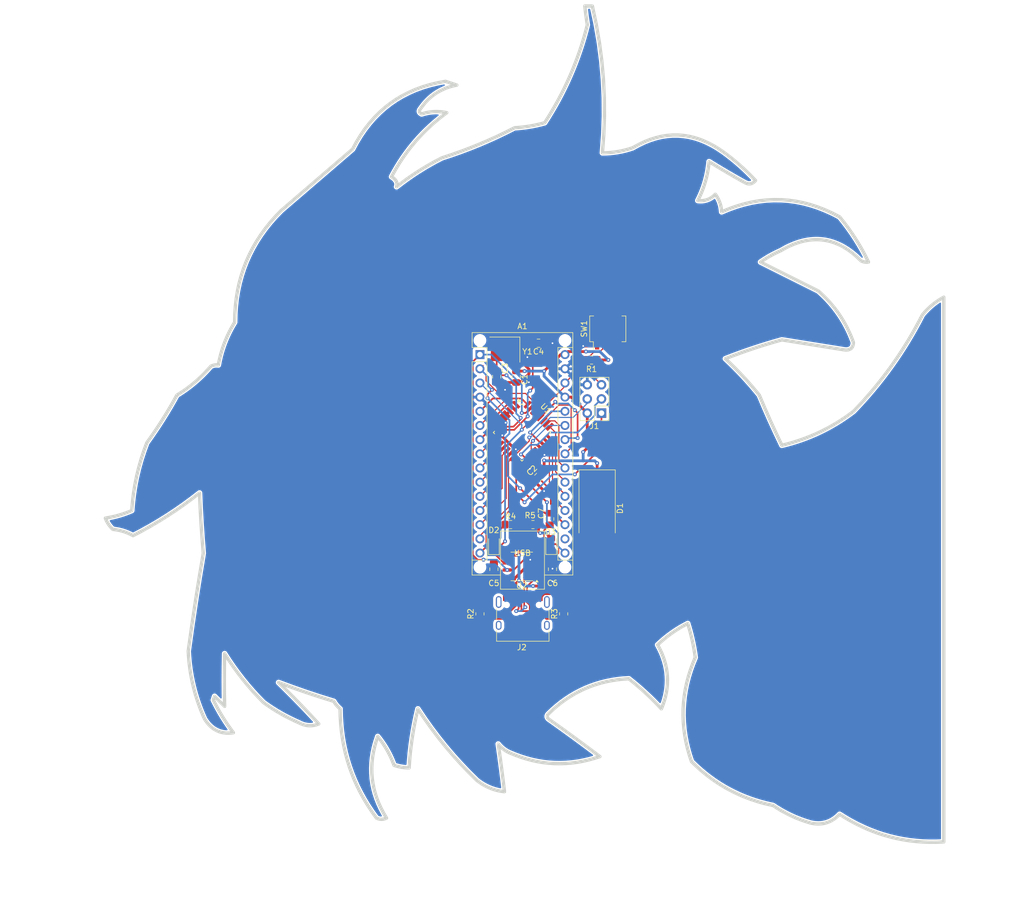
<source format=kicad_pcb>
(kicad_pcb (version 20240108) (generator "pcbnew") (generator_version "8.0")
  (layers (0 "F.Cu" signal) (31 "B.Cu" signal) (34 "B.Paste" user) (35 "F.Paste" user) (36 "B.SilkS" user "B.Silkscreen") (37 "F.SilkS" user "F.Silkscreen") (38 "B.Mask" user) (39 "F.Mask" user) (44 "Edge.Cuts" user))
  (net 0 "")
  (net 1 "D0")
  (net 2 "D5")
  (net 3 "GND")
  (net 4 "D3")
  (net 5 "A7")
  (net 6 "D1")
  (net 7 "A0")
  (net 8 "D12")
  (net 9 "A6")
  (net 10 "A3")
  (net 11 "A1")
  (net 12 "/RESET")
  (net 13 "A5")
  (net 14 "D7")
  (net 15 "D2")
  (net 16 "D4")
  (net 17 "VCC")
  (net 18 "A4")
  (net 19 "A2")
  (net 21 "D11")
  (net 22 "AREF")
  (net 23 "D8")
  (net 24 "D9")
  (net 25 "D10")
  (net 26 "D13")
  (net 27 "D6")
  (net 28 "Net-(U1-XTAL1{slash}PB6)")
  (net 29 "Net-(U1-XTAL2{slash}PB7)")
  (net 30 "Net-(U2-V3)")
  (net 31 "/VBUS")
  (net 32 "Net-(U2-~{RTS})")
  (net 33 "Net-(D2-A)")
  (net 34 "Net-(D3-A)")
  (net 37 "/UD-")
  (net 38 "/UD+")
  (net 40 "Net-(J2-CC2)")
  (net 42 "Net-(J2-CC1)")
  (footprint "Capacitor_SMD:C_0805_2012Metric_Pad1.18x1.45mm_HandSolder" (layer "F.Cu") (at 132 80.5 -90)
    (property "Reference" "C3")
    (property "Value" "12pF" (hide yes))
  )
  (footprint "Capacitor_SMD:C_0805_2012Metric_Pad1.18x1.45mm_HandSolder" (layer "F.Cu") (at 139.5 74.5)
    (property "Reference" "C4")
    (property "Value" "12pF" (hide yes))
  )
  (footprint "Resistor_SMD:R_0805_2012Metric_Pad1.20x1.40mm_HandSolder" (layer "F.Cu") (at 134.5 107 180)
    (property "Reference" "R4")
    (property "Value" "1k" (hide yes))
  )
  (footprint "LED_SMD:LED_0805_2012Metric_Pad1.15x1.40mm_HandSolder" (layer "F.Cu") (at 141.759335 110.497823 90)
    (property "Reference" "D3")
    (property "Value" "YELLOW")
  )
  (footprint "Package_SO:SOP-8_3.9x4.9mm_P1.27mm" (layer "F.Cu") (at 136.5 114.5 180)
    (property "Reference" "U2")
    (property "Value" "CH340N")
  )
  (footprint "Capacitor_SMD:C_0805_2012Metric_Pad1.18x1.45mm_HandSolder" (layer "F.Cu") (at 139.5 98.5 45)
    (property "Reference" "C2")
    (property "Value" "100 nF")
  )
  (footprint "Connector_USB:USB_C_Receptacle_HRO_TYPE-C-31-M-12" (layer "F.Cu") (at 136.68 124)
    (property "Reference" "J2")
    (property "Value" "USB_C_Receptacle_USB2.0_16P")
  )
  (footprint "Connector_PinHeader_2.54mm:PinHeader_2x03_P2.54mm_Vertical" (layer "F.Cu") (at 150.775 87.025 180)
    (property "Reference" "J1")
    (property "Value" "ICSP")
  )
  (footprint "Capacitor_SMD:C_0805_2012Metric_Pad1.18x1.45mm_HandSolder" (layer "F.Cu") (at 131.5 115 -90)
    (property "Reference" "C5")
    (property "Value" "100nF" (hide yes))
  )
  (footprint "Resistor_SMD:R_0805_2012Metric_Pad1.20x1.40mm_HandSolder" (layer "F.Cu") (at 129 123 90)
    (property "Reference" "R2")
    (property "Value" "5k1")
  )
  (footprint "LED_SMD:LED_0805_2012Metric_Pad1.15x1.40mm_HandSolder" (layer "F.Cu") (at 131.5 110.525 90)
    (property "Reference" "D2")
    (property "Value" "GREEN")
  )
  (footprint "Crystal:Crystal_SMD_3225-4Pin_3.2x2.5mm_HandSoldering" (layer "F.Cu") (at 133.45 75.65 180)
    (property "Reference" "Y1")
    (property "Value" "16MHz")
  )
  (footprint "Capacitor_SMD:C_0805_2012Metric_Pad1.18x1.45mm_HandSolder" (layer "F.Cu") (at 135.5 80.5 90)
    (property "Reference" "C1")
    (property "Value" "100nF" (hide yes))
  )
  (footprint "Button_Switch_SMD:SW_DIP_SPSTx04_Slide_Omron_A6H-4101_W6.15mm_P1.27mm" (layer "F.Cu") (at 151.905 71.925 90)
    (property "Reference" "SW1")
    (property "Value" "SW_SPST")
  )
  (footprint "Module:Arduino_Nano_WithMountingHoles" (layer "F.Cu") (at 129 76.54)
    (property "Reference" "A1")
    (property "Value" "Arduino_Nano_v3.x")
  )
  (footprint "Package_QFP:TQFP-32_7x7mm_P0.8mm" (layer "F.Cu") (at 136.525305 90.5 -45)
    (property "Reference" "U1")
    (property "Value" "ATmega328P-A")
  )
  (footprint "Resistor_SMD:R_0805_2012Metric_Pad1.20x1.40mm_HandSolder" (layer "F.Cu") (at 149 77.5 180)
    (property "Reference" "R1")
    (property "Value" "100k")
  )
  (footprint "Resistor_SMD:R_0805_2012Metric_Pad1.20x1.40mm_HandSolder" (layer "F.Cu") (at 144 123 90)
    (property "Reference" "R3")
    (property "Value" "5k1")
  )
  (footprint "Capacitor_SMD:C_0805_2012Metric_Pad1.18x1.45mm_HandSolder" (layer "F.Cu") (at 141.5 106 90)
    (property "Reference" "C7")
    (property "Value" "100nF")
  )
  (footprint "Diode_SMD:D_SMC_Handsoldering" (layer "F.Cu") (at 150 104.1 -90)
    (property "Reference" "D1")
    (property "Value" "C35722")
  )
  (footprint "Resistor_SMD:R_0805_2012Metric_Pad1.20x1.40mm_HandSolder" (layer "F.Cu") (at 138.5 107)
    (property "Reference" "R5")
    (property "Value" "1k" (hide yes))
  )
  (footprint "Capacitor_SMD:C_0805_2012Metric_Pad1.18x1.45mm_HandSolder" (layer "F.Cu") (at 142 115 90)
    (property "Reference" "C6")
    (property "Value" "100nF")
  )
  (gr_poly (pts (xy 149.844743 17.358357) (xy 150.40925 20.640353) (xy 150.837904 23.925191) (xy 151.130708 27.212871) (xy 151.287669 30.503394) (xy 151.30879 33.796758) (xy 151.194078 37.092965) (xy 150.943538 40.392015) (xy 151.626197 40.376645) (xy 152.306578 40.333537) (xy 152.984681 40.262693) (xy 153.660507 40.164111) (xy 154.334056 40.037794) (xy 155.005328 39.883741) (xy 155.674324 39.701953) (xy 156.341043 39.492431) (xy 157.37624 38.916461) (xy 158.408348 38.42291) (xy 159.437368 38.011777) (xy 160.463298 37.683063) (xy 161.486141 37.436766) (xy 162.505894 37.272889) (xy 163.522558 37.191429) (xy 164.536134 37.192388) (xy 165.546621 37.275765) (xy 166.554019 37.441561) (xy 167.558328 37.689774) (xy 168.559548 38.020407) (xy 169.55768 38.433457) (xy 170.552722 38.928926) (xy 171.544675 39.506813) (xy 172.533539 40.167119) (xy 173.313857 40.742848) (xy 174.080079 41.338821) (xy 174.832197 41.955036) (xy 175.570198 42.591494) (xy 176.294073 43.248192) (xy 177.00381 43.925131) (xy 177.699399 44.622307) (xy 178.38083 45.339721) (xy 178.334425 45.395938) (xy 178.287387 45.449434) (xy 178.239716 45.50021) (xy 178.191413 45.548266) (xy 178.142477 45.593602) (xy 178.092907 45.636218) (xy 178.042705 45.676113) (xy 177.99187 45.713289) (xy 177.940401 45.747745) (xy 177.888299 45.77948) (xy 177.835563 45.808496) (xy 177.782194 45.834791) (xy 177.728192 45.858367) (xy 177.673556 45.879222) (xy 177.618286 45.897358) (xy 177.562382 45.912774) (xy 177.505845 45.925469) (xy 177.448673 45.935445) (xy 177.390868 45.942701) (xy 177.332428 45.947236) (xy 177.273354 45.949052) (xy 177.213646 45.948148) (xy 177.153304 45.944524) (xy 177.092327 45.93818) (xy 177.030715 45.929116) (xy 176.968469 45.917333) (xy 176.905588 45.902829) (xy 176.842073 45.885606) (xy 176.777922 45.865662) (xy 176.713137 45.842999) (xy 176.647717 45.817616) (xy 176.581661 45.789514) (xy 174.93028 44.865614) (xy 173.292848 43.920437) (xy 171.669329 42.95399) (xy 170.059686 41.966284) (xy 170.012563 42.42741) (xy 169.954856 42.885151) (xy 169.886565 43.339507) (xy 169.80769 43.790478) (xy 169.718231 44.238064) (xy 169.618188 44.682264) (xy 169.50756 45.123079) (xy 169.386348 45.560508) (xy 169.254552 45.994552) (xy 169.112171 46.42521) (xy 168.959207 46.852482) (xy 168.795658 47.276368) (xy 168.621524 47.696869) (xy 168.436807 48.113984) (xy 168.241504 48.527712) (xy 168.035618 48.938055) (xy 168.259809 48.960133) (xy 168.480344 48.969897) (xy 168.697222 48.967345) (xy 168.910444 48.952479) (xy 169.12001 48.925297) (xy 169.325922 48.885802) (xy 169.52818 48.833992) (xy 169.726784 48.769868) (xy 169.921735 48.69343) (xy 170.113034 48.604678) (xy 170.300682 48.503612) (xy 170.484679 48.390232) (xy 170.665025 48.264538) (xy 170.841722 48.126532) (xy 171.01477 47.976211) (xy 171.184169 47.813578) (xy 171.308349 47.987747) (xy 171.425349 48.164932) (xy 171.535167 48.345132) (xy 171.637801 48.528349) (xy 171.733251 48.71458) (xy 171.821514 48.903828) (xy 171.902591 49.09609) (xy 171.976479 49.291368) (xy 172.043177 49.489661) (xy 172.102684 49.690968) (xy 172.154998 49.895291) (xy 172.200119 50.102628) (xy 172.238045 50.312979) (xy 172.268774 50.526345) (xy 172.292307 50.742725) (xy 172.30864 50.962119) (xy 173.655073 50.402659) (xy 174.998153 49.925289) (xy 176.33788 49.53001) (xy 177.674253 49.216822) (xy 179.007271 48.985725) (xy 180.336934 48.836719) (xy 181.66324 48.769805) (xy 182.986189 48.784981) (xy 184.305781 48.88225) (xy 185.622014 49.06161) (xy 186.934888 49.323061) (xy 188.244403 49.666605) (xy 189.550557 50.09224) (xy 190.85335 50.599968) (xy 192.152781 51.189788) (xy 193.448849 51.8617) (xy 194.211539 52.813664) (xy 194.941076 53.78279) (xy 195.637447 54.769078) (xy 196.300644 55.772529) (xy 196.930654 56.793141) (xy 197.527466 57.830916) (xy 198.09107 58.885853) (xy 198.621455 59.957952) (xy 198.533007 59.968857) (xy 198.445108 59.976441) (xy 198.357757 59.980701) (xy 198.270954 59.981636) (xy 198.1847 59.979246) (xy 198.098994 59.973528) (xy 198.013836 59.964481) (xy 197.929226 59.952105) (xy 197.845165 59.936397) (xy 197.761652 59.917357) (xy 197.678687 59.894982) (xy 197.59627 59.869273) (xy 197.514402 59.840226) (xy 197.433081 59.807842) (xy 197.352309 59.772119) (xy 197.272085 59.733056) (xy 196.462526 58.95856) (xy 196.053245 58.604415) (xy 195.640962 58.272338) (xy 195.225677 57.962329) (xy 194.807391 57.674389) (xy 194.386104 57.408517) (xy 193.961816 57.164713) (xy 193.534527 56.942978) (xy 193.104237 56.74331) (xy 192.670945 56.565711) (xy 192.234653 56.410181) (xy 191.79536 56.276718) (xy 191.353067 56.165324) (xy 190.907773 56.075998) (xy 190.459478 56.008741) (xy 190.008183 55.963551) (xy 189.553887 55.94043) (xy 189.096591 55.939377) (xy 188.636295 55.960392) (xy 188.172999 56.003475) (xy 187.706703 56.068627) (xy 187.237406 56.155846) (xy 186.76511 56.265134) (xy 186.289814 56.39649) (xy 185.811518 56.549914) (xy 185.330222 56.725405) (xy 184.845927 56.922966) (xy 184.358632 57.142594) (xy 183.868338 57.38429) (xy 182.878751 57.933887) (xy 182.40501 58.14951) (xy 181.938133 58.375815) (xy 181.478109 58.612801) (xy 181.024928 58.860468) (xy 180.578579 59.118817) (xy 180.139051 59.387847) (xy 179.706333 59.667559) (xy 179.280414 59.957952) (xy 189.625626 65.130554) (xy 190.160984 65.611232) (xy 190.677441 66.104656) (xy 191.174994 66.610826) (xy 191.653644 67.129744) (xy 192.11339 67.66141) (xy 192.55423 68.205824) (xy 192.976165 68.762987) (xy 193.379194 69.332901) (xy 193.763315 69.915565) (xy 194.128528 70.51098) (xy 194.474833 71.119147) (xy 194.802228 71.740066) (xy 195.110714 72.373739) (xy 195.400288 73.020165) (xy 195.670951 73.679346) (xy 195.922702 74.351283) (xy 195.918142 74.444064) (xy 195.910701 74.53358) (xy 195.900379 74.619831) (xy 195.887178 74.702817) (xy 195.871096 74.782537) (xy 195.852133 74.858991) (xy 195.830291 74.93218) (xy 195.805568 75.002104) (xy 195.777966 75.068763) (xy 195.747484 75.132156) (xy 195.714122 75.192284) (xy 195.67788 75.249146) (xy 195.638759 75.302743) (xy 195.596758 75.353074) (xy 195.551877 75.40014) (xy 195.504117 75.443941) (xy 195.453478 75.484476) (xy 195.39996 75.521746) (xy 195.343563 75.555751) (xy 195.284286 75.58649) (xy 195.222131 75.613964) (xy 195.157096 75.638172) (xy 195.089183 75.659115) (xy 195.018391 75.676793) (xy 194.944721 75.691205) (xy 194.868172 75.702352) (xy 194.788744 75.710233) (xy 194.706439 75.714849) (xy 194.621254 75.716199) (xy 194.533192 75.714285) (xy 194.442252 75.709105) (xy 194.348433 75.700659) (xy 183.103637 73.901491) (xy 181.818821 74.264136) (xy 180.539656 74.643648) (xy 179.266142 75.040028) (xy 177.998279 75.453274) (xy 176.736066 75.883388) (xy 175.479505 76.330368) (xy 174.228596 76.794215) (xy 172.983337 77.274928) (xy 173.796525 78.045715) (xy 174.594237 78.829226) (xy 175.376473 79.625451) (xy 176.143232 80.434379) (xy 176.894516 81.255999) (xy 177.630325 82.090301) (xy 178.350657 82.937275) (xy 179.055515 83.79691) (xy 180.020487 86.075827) (xy 181.016834 88.3348) (xy 182.044551 90.573784) (xy 183.103637 92.792739) (xy 183.981127 92.572702) (xy 184.848444 92.331401) (xy 185.705587 92.068837) (xy 186.552558 91.78501) (xy 187.389356 91.47992) (xy 188.21598 91.153566) (xy 189.032431 90.80595) (xy 189.838709 90.43707) (xy 190.634814 90.046927) (xy 191.420746 89.635521) (xy 192.196505 89.202851) (xy 192.962091 88.748918) (xy 193.717503 88.273723) (xy 194.462743 87.777263) (xy 195.197809 87.259541) (xy 195.922702 86.720556) (xy 196.849191 85.748326) (xy 197.755219 84.761414) (xy 198.640788 83.759818) (xy 199.505898 82.743541) (xy 200.350552 81.712585) (xy 201.174751 80.66695) (xy 201.978495 79.606638) (xy 202.761787 78.53165) (xy 203.524627 77.441988) (xy 204.267018 76.337652) (xy 204.988959 75.218644) (xy 205.690453 74.084967) (xy 206.371501 72.936619) (xy 207.032104 71.773604) (xy 207.672264 70.595923) (xy 208.291982 69.403576) (xy 208.499516 69.158274) (xy 208.711237 68.919444) (xy 208.927144 68.687086) (xy 209.147238 68.461199) (xy 209.37152 68.241782) (xy 209.599991 68.028834) (xy 209.83265 67.822355) (xy 210.0695 67.622345) (xy 210.31054 67.428802) (xy 210.555771 67.241725) (xy 210.805193 67.061115) (xy 211.058808 66.886971) (xy 211.316616 66.719291) (xy 211.578618 66.558076) (xy 211.844814 66.403324) (xy 212.115205 66.255035) (xy 212.115205 163.85982) (xy 210.854101 163.914575) (xy 209.605595 163.920797) (xy 208.369685 163.878483) (xy 207.146372 163.787637) (xy 205.935654 163.648257) (xy 204.737531 163.460346) (xy 203.552002 163.223903) (xy 202.379066 162.938929) (xy 201.218723 162.605425) (xy 200.070971 162.223392) (xy 198.93581 161.79283) (xy 197.81324 161.31374) (xy 196.70326 160.786122) (xy 195.605868 160.209978) (xy 194.521065 159.585308) (xy 193.448849 158.912113) (xy 193.176898 159.182657) (xy 192.898097 159.43025) (xy 192.612445 159.654893) (xy 192.319945 159.856583) (xy 192.020598 160.035321) (xy 191.714405 160.191106) (xy 191.401368 160.323937) (xy 191.081487 160.433813) (xy 190.754765 160.520734) (xy 190.421201 160.5847) (xy 190.080799 160.625709) (xy 189.733558 160.64376) (xy 189.379481 160.638854) (xy 189.018569 160.610989) (xy 188.650822 160.560166) (xy 188.276243 160.486382) (xy 187.375032 160.211385) (xy 186.930624 160.061186) (xy 186.490349 159.90252) (xy 186.054206 159.735386) (xy 185.622195 159.559783) (xy 185.194316 159.375711) (xy 184.77057 159.183169) (xy 184.350956 158.982157) (xy 183.935475 158.772673) (xy 183.524126 158.554718) (xy 183.116909 158.32829) (xy 182.713825 158.093389) (xy 182.314873 157.850015) (xy 181.920054 157.598167) (xy 181.529368 157.337844) (xy 180.471542 157.103347) (xy 179.432945 156.834526) (xy 178.413575 156.531378) (xy 177.413431 156.193903) (xy 176.432514 155.8221) (xy 175.470822 155.41597) (xy 174.528355 154.975511) (xy 173.605111 154.500723) (xy 172.701091 153.991604) (xy 171.816294 153.448156) (xy 170.950719 152.870376) (xy 170.104365 152.258264) (xy 169.277231 151.611819) (xy 168.469318 150.931042) (xy 167.680623 150.215931) (xy 166.911147 149.466485) (xy 166.521938 148.284448) (xy 166.190245 147.104465) (xy 165.916069 145.926538) (xy 165.69941 144.750664) (xy 165.540268 143.576844) (xy 165.438643 142.405076) (xy 165.394535 141.23536) (xy 165.407944 140.067696) (xy 165.47887 138.902081) (xy 165.607313 137.738516) (xy 165.793273 136.577) (xy 166.03675 135.417533) (xy 166.337745 134.260112) (xy 166.696257 133.104739) (xy 167.112286 131.951412) (xy 167.585832 130.800129) (xy 167.472356 130.027235) (xy 167.34311 129.258305) (xy 167.198094 128.493338) (xy 167.037308 127.732334) (xy 166.860752 126.975294) (xy 166.668426 126.222217) (xy 166.460329 125.473103) (xy 166.236463 124.727952) (xy 165.500376 125.119902) (xy 164.781832 125.5364) (xy 164.080831 125.977451) (xy 163.397372 126.443059) (xy 162.731455 126.933231) (xy 162.08308 127.44797) (xy 161.452247 127.987284) (xy 160.838957 128.551175) (xy 161.212328 129.250637) (xy 161.541539 129.952417) (xy 161.826589 130.656516) (xy 162.067478 131.362935) (xy 162.264207 132.071672) (xy 162.416776 132.782729) (xy 162.525184 133.496105) (xy 162.589432 134.211801) (xy 162.60952 134.929815) (xy 162.585447 135.650149) (xy 162.517214 136.372802) (xy 162.40482 137.097775) (xy 162.248266 137.825066) (xy 162.047552 138.554677) (xy 161.802677 139.286608) (xy 161.513642 140.020858) (xy 160.827062 139.291857) (xy 160.127827 138.578375) (xy 159.415931 137.880411) (xy 158.691369 137.197965) (xy 157.954136 136.531037) (xy 157.204226 135.879628) (xy 156.441633 135.243737) (xy 155.666351 134.623365) (xy 154.625214 134.692395) (xy 153.602948 134.80469) (xy 152.599553 134.960252) (xy 151.61503 135.159082) (xy 150.64938 135.401181) (xy 149.702604 135.686551) (xy 148.774701 136.015194) (xy 147.865674 136.38711) (xy 146.975521 136.8023) (xy 146.104245 137.260767) (xy 145.251845 137.762512) (xy 144.418322 138.307535) (xy 143.603678 138.895838) (xy 142.807912 139.527423) (xy 142.031024 140.20229) (xy 141.273017 140.920442) (xy 141.24577 140.948566) (xy 141.220281 140.976689) (xy 141.19655 141.004808) (xy 141.174577 141.032926) (xy 141.154362 141.061042) (xy 141.135904 141.089156) (xy 141.119204 141.117268) (xy 141.104262 141.145379) (xy 141.091079 141.173489) (xy 141.079652 141.201598) (xy 141.069984 141.229705) (xy 141.062074 141.257812) (xy 141.055921 141.285918) (xy 141.051527 141.314024) (xy 141.04889 141.342129) (xy 141.048011 141.370234) (xy 141.04889 141.398339) (xy 141.051527 141.426444) (xy 141.055921 141.45455) (xy 141.062074 141.482656) (xy 141.069984 141.510763) (xy 141.079652 141.538871) (xy 141.091079 141.566979) (xy 141.104262 141.595089) (xy 141.119204 141.6232) (xy 141.135904 141.651312) (xy 141.154362 141.679426) (xy 141.174577 141.707542) (xy 141.19655 141.73566) (xy 141.220281 141.763779) (xy 141.24577 141.791902) (xy 141.273017 141.820026) (xy 143.600614 143.475876) (xy 145.913241 145.152307) (xy 148.210939 146.849316) (xy 150.493752 148.566901) (xy 149.468516 148.89887) (xy 148.445041 149.180953) (xy 147.423326 149.413152) (xy 146.403372 149.595465) (xy 145.385178 149.727894) (xy 144.368745 149.810438) (xy 143.354073 149.843097) (xy 142.341162 149.825872) (xy 141.330011 149.758762) (xy 140.32062 149.641766) (xy 139.31299 149.474886) (xy 138.307121 149.258122) (xy 137.303012 148.991472) (xy 136.300664 148.674938) (xy 135.300076 148.30852) (xy 134.301249 147.892216) (xy 134.152133 147.824005) (xy 134.006032 147.751776) (xy 133.862945 147.675528) (xy 133.722874 147.595259) (xy 133.585818 147.510968) (xy 133.451777 147.422654) (xy 133.32075 147.330316) (xy 133.192739 147.233951) (xy 133.067743 147.13356) (xy 132.945762 147.02914) (xy 132.826795 146.92069) (xy 132.710844 146.808209) (xy 132.597908 146.691696) (xy 132.487986 146.571148) (xy 132.38108 146.446566) (xy 132.277188 146.317947) (xy 132.570664 148.372632) (xy 132.855959 150.481836) (xy 133.132987 152.645607) (xy 133.401665 154.86399) (xy 133.057617 154.822481) (xy 132.718208 154.769639) (xy 132.383439 154.705464) (xy 132.05331 154.629957) (xy 131.727822 154.543117) (xy 131.406976 154.444945) (xy 131.090773 154.33544) (xy 130.779212 154.214602) (xy 130.472296 154.082432) (xy 130.170023 153.938929) (xy 129.872396 153.784093) (xy 129.579415 153.617924) (xy 129.29108 153.440423) (xy 129.007391 153.251589) (xy 128.728351 153.051422) (xy 128.453959 152.839923) (xy 126.965534 151.366532) (xy 125.524881 149.856286) (xy 124.131994 148.309186) (xy 122.786867 146.72523) (xy 121.489495 145.10442) (xy 120.239872 143.446754) (xy 119.037994 141.752233) (xy 117.883854 140.020858) (xy 117.578704 141.349905) (xy 117.304537 142.676751) (xy 117.061342 144.001384) (xy 116.849109 145.323792) (xy 116.667827 146.643966) (xy 116.517486 147.961894) (xy 116.398075 149.277565) (xy 116.309585 150.590969) (xy 116.143206 150.590321) (xy 115.976522 150.586015) (xy 115.809532 150.578049) (xy 115.642236 150.566422) (xy 115.474634 150.551135) (xy 115.306727 150.532186) (xy 115.138514 150.509574) (xy 114.969994 150.4833) (xy 114.632039 150.419761) (xy 114.29286 150.341563) (xy 113.952458 150.248701) (xy 113.610832 150.14117) (xy 113.479236 149.788341) (xy 113.340829 149.439454) (xy 113.195609 149.094508) (xy 113.043575 148.753503) (xy 112.884725 148.416437) (xy 112.719059 148.083311) (xy 112.546576 147.754123) (xy 112.367272 147.428874) (xy 112.181148 147.107562) (xy 111.988202 146.790187) (xy 111.788433 146.476748) (xy 111.581839 146.167245) (xy 111.368418 145.861677) (xy 111.148171 145.560043) (xy 110.921094 145.262344) (xy 110.687187 144.968577) (xy 110.369883 145.928124) (xy 110.108009 146.881548) (xy 109.901563 147.828847) (xy 109.750545 148.770024) (xy 109.654954 149.705079) (xy 109.61479 150.634012) (xy 109.630052 151.556824) (xy 109.700739 152.473516) (xy 109.826851 153.384089) (xy 110.008386 154.288542) (xy 110.245345 155.186877) (xy 110.537726 156.079094) (xy 110.885529 156.965194) (xy 111.288753 157.845178) (xy 111.747398 158.719045) (xy 112.261462 159.586798) (xy 112.149037 159.639534) (xy 112.036602 159.685238) (xy 111.92416 159.723911) (xy 111.811711 159.755553) (xy 111.699257 159.780163) (xy 111.586798 159.797741) (xy 111.474338 159.808288) (xy 111.361876 159.811804) (xy 111.249414 159.808288) (xy 111.136954 159.797741) (xy 111.024496 159.780163) (xy 110.912042 159.755553) (xy 110.799594 159.723911) (xy 110.687152 159.685238) (xy 110.574718 159.639534) (xy 110.462294 159.586798) (xy 109.677242 158.496675) (xy 108.942517 157.388853) (xy 108.258118 156.263332) (xy 107.624044 155.12011) (xy 107.040296 153.959188) (xy 106.506871 152.780567) (xy 106.02377 151.584246) (xy 105.590992 150.370225) (xy 105.208537 149.138504) (xy 104.876402 147.889083) (xy 104.594589 146.621962) (xy 104.363097 145.337141) (xy 104.181923 144.03462) (xy 104.051069 142.714399) (xy 103.970533 141.376479) (xy 103.940315 140.020858) (xy 103.85512 139.948066) (xy 103.771916 139.873735) (xy 103.690704 139.797865) (xy 103.611482 139.720456) (xy 103.53425 139.641508) (xy 103.459007 139.56102) (xy 103.385752 139.478994) (xy 103.314485 139.395428) (xy 103.245206 139.310323) (xy 103.177913 139.223679) (xy 103.112606 139.135495) (xy 103.049284 139.045772) (xy 102.987946 138.95451) (xy 102.928593 138.861709) (xy 102.871223 138.767368) (xy 102.815835 138.671488) (xy 100.303813 137.891125) (xy 97.81724 137.068766) (xy 95.35611 136.204409) (xy 92.920418 135.29805) (xy 93.846813 136.203313) (xy 94.765546 137.114985) (xy 95.676618 138.033066) (xy 96.58003 138.957557) (xy 97.475782 139.888456) (xy 98.363875 140.825765) (xy 99.244309 141.769483) (xy 100.117086 142.71961) (xy 99.890321 142.805865) (xy 99.663807 142.878751) (xy 99.437542 142.938267) (xy 99.211527 142.984412) (xy 98.98576 143.017185) (xy 98.760244 143.036583) (xy 98.534976 143.042606) (xy 98.309957 143.035252) (xy 98.085187 143.014521) (xy 97.860665 142.980411) (xy 97.636393 142.932919) (xy 97.412368 142.872047) (xy 97.188592 142.797791) (xy 96.965064 142.71015) (xy 96.741784 142.609124) (xy 96.518752 142.494711) (xy 95.683542 142.119545) (xy 94.862066 141.723047) (xy 94.054325 141.305222) (xy 93.26032 140.866077) (xy 92.480052 140.405615) (xy 91.71352 139.923843) (xy 90.960726 139.420765) (xy 90.221669 138.896387) (xy 89.237894 137.885027) (xy 88.286209 136.84938) (xy 87.36661 135.789445) (xy 86.479099 134.705222) (xy 85.623673 133.596711) (xy 84.800331 132.463911) (xy 84.009073 131.306822) (xy 83.249898 130.125444) (xy 83.208076 132.488877) (xy 83.194135 134.850958) (xy 83.208076 137.211689) (xy 83.249898 139.571072) (xy 81.450731 137.771904) (xy 81.225837 138.446589) (xy 81.614783 139.215082) (xy 82.021115 139.972825) (xy 82.444831 140.719826) (xy 82.885932 141.456089) (xy 83.344417 142.18162) (xy 83.820286 142.896425) (xy 84.313537 143.600509) (xy 84.82417 144.293879) (xy 84.410055 144.344308) (xy 84.008051 144.367401) (xy 83.618157 144.363156) (xy 83.240373 144.331574) (xy 82.874701 144.272654) (xy 82.521138 144.186394) (xy 82.179686 144.072796) (xy 81.850344 143.931857) (xy 81.533112 143.763577) (xy 81.22799 143.567956) (xy 80.934978 143.344993) (xy 80.654076 143.094687) (xy 80.385284 142.817039) (xy 80.128602 142.512046) (xy 79.884029 142.179709) (xy 79.651566 141.820026) (xy 79.332211 141.094289) (xy 79.031073 140.364114) (xy 78.748151 139.629501) (xy 78.483446 138.89045) (xy 78.236958 138.146961) (xy 78.008687 137.399033) (xy 77.798633 136.646668) (xy 77.606795 135.889864) (xy 77.433175 135.128622) (xy 77.277772 134.362942) (xy 77.140587 133.592823) (xy 77.021618 132.818267) (xy 76.920867 132.039272) (xy 76.838334 131.255839) (xy 76.774018 130.467968) (xy 76.727919 129.675659) (xy 77.350715 125.225165) (xy 78.008105 120.818021) (xy 78.70009 116.454226) (xy 79.42667 112.13378) (xy 79.207574 109.438826) (xy 79.022093 106.741342) (xy 78.870229 104.041328) (xy 78.751982 101.338783) (xy 77.349733 102.42347) (xy 75.922429 103.471314) (xy 74.47007 104.482324) (xy 72.992659 105.456512) (xy 71.490195 106.393887) (xy 69.962681 107.29446) (xy 68.410117 108.158241) (xy 66.832504 108.985242) (xy 66.622224 108.870392) (xy 66.409997 108.761478) (xy 66.195821 108.658502) (xy 65.979697 108.561466) (xy 65.761624 108.47037) (xy 65.541602 108.385216) (xy 65.319632 108.306005) (xy 65.095712 108.232738) (xy 64.869843 108.165417) (xy 64.642024 108.104043) (xy 64.412257 108.048617) (xy 64.180539 107.999141) (xy 63.946872 107.955616) (xy 63.711255 107.918043) (xy 63.473688 107.886423) (xy 63.234171 107.860758) (xy 63.120415 107.754653) (xy 63.010581 107.645828) (xy 62.90467 107.534283) (xy 62.802682 107.420018) (xy 62.704617 107.303034) (xy 62.610474 107.18333) (xy 62.520254 107.060906) (xy 62.433957 106.935762) (xy 62.351583 106.807898) (xy 62.273131 106.677315) (xy 62.198601 106.544011) (xy 62.127995 106.407988) (xy 62.061311 106.269245) (xy 61.99855 106.127783) (xy 61.939711 105.9836) (xy 61.884795 105.836697) (xy 62.500989 105.733555) (xy 63.1098 105.611691) (xy 63.711227 105.471103) (xy 64.30527 105.311793) (xy 64.89193 105.133759) (xy 65.471206 104.937003) (xy 66.043099 104.721523) (xy 66.607607 104.487321) (xy 66.739421 102.923227) (xy 66.929957 101.37229) (xy 67.179216 99.83451) (xy 67.487198 98.309885) (xy 67.853904 96.798417) (xy 68.279332 95.300104) (xy 68.763483 93.814948) (xy 69.306358 92.342947) (xy 70.039372 91.314136) (xy 70.755721 90.274033) (xy 71.455405 89.222652) (xy 72.138425 88.16) (xy 72.804781 87.08609) (xy 73.454471 86.000931) (xy 74.087497 84.904534) (xy 74.703858 83.79691) (xy 75.129836 83.532945) (xy 75.549618 83.261063) (xy 75.963205 82.981267) (xy 76.370597 82.693558) (xy 76.771793 82.397936) (xy 77.166793 82.094404) (xy 77.555598 81.782963) (xy 77.938208 81.463614) (xy 78.314622 81.136359) (xy 78.68484 80.801198) (xy 79.048863 80.458134) (xy 79.40669 80.107167) (xy 79.758322 79.7483) (xy 80.103759 79.381532) (xy 80.442999 79.006867) (xy 80.776045 78.624304) (xy 80.856269 78.58524) (xy 80.937042 78.549516) (xy 81.018363 78.517132) (xy 81.100232 78.488086) (xy 81.182649 78.462376) (xy 81.265615 78.440002) (xy 81.349128 78.420961) (xy 81.43319 78.405254) (xy 81.5178 78.392877) (xy 81.602958 78.383831) (xy 81.688664 78.378113) (xy 81.774919 78.375722) (xy 81.861721 78.376657) (xy 81.949072 78.380917) (xy 82.036971 78.3885) (xy 82.125418 78.399405) (xy 82.221975 77.890327) (xy 82.330022 77.385412) (xy 82.449557 76.884658) (xy 82.580581 76.388065) (xy 82.723095 75.89563) (xy 82.877098 75.407353) (xy 83.04259 74.923231) (xy 83.219571 74.443265) (xy 83.408043 73.967452) (xy 83.608004 73.495791) (xy 83.819455 73.028282) (xy 84.042397 72.564922) (xy 84.276829 72.10571) (xy 84.522751 71.650646) (xy 84.780163 71.199727) (xy 85.049067 70.752952) (xy 85.079689 69.295319) (xy 85.175572 67.865237) (xy 85.336715 66.462708) (xy 85.563117 65.08773) (xy 85.85478 63.740306) (xy 86.211703 62.420435) (xy 86.633885 61.128118) (xy 87.121328 59.863354) (xy 87.67403 58.626144) (xy 88.291991 57.416489) (xy 88.975213 56.234389) (xy 89.723693 55.079844) (xy 90.537434 53.952855) (xy 91.416433 52.853421) (xy 92.360692 51.781544) (xy 93.370211 50.737223) (xy 106.189272 39.717327) (xy 106.866089 38.455229) (xy 107.591355 37.260207) (xy 108.36507 36.132263) (xy 109.187231 35.071395) (xy 110.057839 34.077603) (xy 110.976891 33.150888) (xy 111.944386 32.29125) (xy 112.960324 31.498688) (xy 114.024701 30.773203) (xy 115.137517 30.114795) (xy 116.298771 29.523463) (xy 117.508462 28.999208) (xy 118.766587 28.542029) (xy 120.073147 28.151927) (xy 121.428138 27.828901) (xy 122.831561 27.572952) (xy 124.855628 28.24764) (xy 124.34501 28.353564) (xy 123.848128 28.480974) (xy 123.364981 28.62987) (xy 122.895568 28.800251) (xy 122.439889 28.992117) (xy 121.997943 29.205469) (xy 121.569729 29.440306) (xy 121.155247 29.696627) (xy 120.754496 29.974434) (xy 120.367475 30.273726) (xy 119.994183 30.594504) (xy 119.634621 30.936765) (xy 119.288787 31.300512) (xy 118.95668 31.685744) (xy 118.6383 32.09246) (xy 118.333646 32.520661) (xy 118.305761 32.555515) (xy 118.28013 32.589934) (xy 118.256751 32.623917) (xy 118.235626 32.657466) (xy 118.216753 32.690581) (xy 118.200134 32.72326) (xy 118.185767 32.755504) (xy 118.173654 32.787314) (xy 118.163793 32.818688) (xy 118.156184 32.849628) (xy 118.150828 32.880132) (xy 118.147725 32.910202) (xy 118.146874 32.939837) (xy 118.148275 32.969037) (xy 118.151929 32.997802) (xy 118.157834 33.026131) (xy 118.165992 33.054026) (xy 118.176401 33.081486) (xy 118.189063 33.108511) (xy 118.203976 33.135101) (xy 118.221141 33.161255) (xy 118.240557 33.186975) (xy 118.262226 33.21226) (xy 118.286145 33.23711) (xy 118.312316 33.261524) (xy 118.340739 33.285504) (xy 118.371412 33.309048) (xy 118.404337 33.332157) (xy 118.439513 33.354832) (xy 118.476939 33.377071) (xy 118.516617 33.398875) (xy 118.558545 33.420244) (xy 118.834892 33.333572) (xy 119.111873 33.256584) (xy 119.389487 33.189277) (xy 119.667736 33.131653) (xy 119.946621 33.083712) (xy 120.226141 33.045452) (xy 120.506298 33.016875) (xy 120.787092 32.997979) (xy 121.068524 32.988765) (xy 121.350594 32.989233) (xy 121.633304 32.999383) (xy 121.916653 33.019213) (xy 122.200642 33.048725) (xy 122.485273 33.087918) (xy 122.770545 33.136793) (xy 123.05646 33.195348) (xy 122.280048 33.779959) (xy 121.52469 34.382203) (xy 120.790386 35.00208) (xy 120.077139 35.639589) (xy 119.38495 36.29473) (xy 118.713819 36.967504) (xy 118.063749 37.657911) (xy 117.43474 38.36595) (xy 116.826794 39.091622) (xy 116.239913 39.834926) (xy 115.674096 40.595863) (xy 115.129346 41.374433) (xy 114.605665 42.170635) (xy 114.103052 42.984469) (xy 113.62151 43.815937) (xy 113.16104 44.665036) (xy 113.310827 44.762846) (xy 113.448142 44.862607) (xy 113.512122 44.91322) (xy 113.572984 44.96432) (xy 113.630728 45.015908) (xy 113.685353 45.067984) (xy 113.73686 45.120549) (xy 113.785248 45.173601) (xy 113.830517 45.22714) (xy 113.872668 45.281168) (xy 113.9117 45.335684) (xy 113.947613 45.390688) (xy 113.980407 45.446179) (xy 114.010082 45.502159) (xy 114.036638 45.558627) (xy 114.060075 45.615582) (xy 114.080392 45.673026) (xy 114.09759 45.730957) (xy 114.111668 45.789377) (xy 114.122627 45.848284) (xy 114.130467 45.90768) (xy 114.135186 45.967563) (xy 114.136786 46.027935) (xy 114.135266 46.088795) (xy 114.130626 46.150142) (xy 114.122866 46.211978) (xy 114.111986 46.274302) (xy 114.097986 46.337114) (xy 114.080865 46.400414) (xy 114.060624 46.464202) (xy 115.013327 45.730272) (xy 115.982981 45.021299) (xy 116.969586 44.337283) (xy 117.973142 43.678225) (xy 118.993649 43.044127) (xy 120.031107 42.434989) (xy 121.085516 41.850812) (xy 122.156876 41.291597) (xy 123.838028 40.739186) (xy 125.504686 40.151839) (xy 127.15686 39.529556) (xy 128.794561 38.872337) (xy 130.417798 38.180181) (xy 132.026582 37.453089) (xy 133.620924 36.691061) (xy 135.200834 35.894097) (xy 135.887919 35.84595) (xy 136.571462 35.779433) (xy 137.251463 35.694546) (xy 137.927922 35.591287) (xy 138.600838 35.469656) (xy 139.270212 35.329651) (xy 139.936043 35.171271) (xy 140.598332 34.994515) (xy 141.249965 33.97254) (xy 141.878428 32.940646) (xy 142.483722 31.898833) (xy 143.065848 30.847101) (xy 143.624808 29.78545) (xy 144.160604 28.713881) (xy 144.673236 27.632392) (xy 145.162706 26.540985) (xy 145.629015 25.439658) (xy 146.072165 24.328412) (xy 146.492157 23.207248) (xy 146.888992 22.076164) (xy 147.262671 20.935162) (xy 147.613197 19.78424) (xy 147.94057 18.6234) (xy 148.244791 17.45264) (xy 148.111132 16.609805) (xy 147.991557 15.76662) (xy 147.886151 14.923086) (xy 147.794999 14.079203) (xy 149.144376 14.079203)) (stroke (width 0.6)) (fill none) (layer "Edge.Cuts"))
  (segment (start 129.58 78.5) (end 129 79.08) (width 0.2) (layer "F.Cu") (net 1))
  (segment (start 130.355025 83.644975) (end 131.14962 82.85038) (width 0.3) (layer "F.Cu") (net 1))
  (segment (start 137.171751 83.5) (end 139.176435 85.504684) (width 0.2) (layer "F.Cu") (net 1))
  (segment (start 133.24 113.865) (end 131.5 112.125) (width 0.3) (layer "F.Cu") (net 1))
  (segment (start 129 79.08) (end 130.1 80.18) (width 0.2) (layer "F.Cu") (net 1))
  (segment (start 139.176435 86.151814) (end 139.176435 85.504684) (width 0.2) (layer "F.Cu") (net 1))
  (segment (start 131.5 112.125) (end 131.5 111.55) (width 0.3) (layer "F.Cu") (net 1))
  (segment (start 130.1 81.234744) (end 132.365256 83.5) (width 0.2) (layer "F.Cu") (net 1))
  (segment (start 130.1 80.18) (end 130.1 81.234744) (width 0.2) (layer "F.Cu") (net 1))
  (segment (start 132.365256 83.5) (end 137.171751 83.5) (width 0.2) (layer "F.Cu") (net 1))
  (segment (start 133.875 113.865) (end 133.24 113.865) (width 0.3) (layer "F.Cu") (net 1))
  (segment (start 131.95 111.55) (end 133.5 110) (width 0.3) (layer "F.Cu") (net 1))
  (segment (start 130.355025 84.355025) (end 130.355025 83.644975) (width 0.3) (layer "F.Cu") (net 1))
  (segment (start 131.5 111.55) (end 131.95 111.55) (width 0.3) (layer "F.Cu") (net 1))
  (segment (start 138.681981 86.646268) (end 139.176435 86.151814) (width 0.2) (layer "F.Cu") (net 1))
  (via (at 130.355025 84.355025) (size 0.7) (drill 0.3) (layers "F.Cu" "B.Cu") (net 1))
  (via (at 131.14962 82.85038) (size 0.7) (drill 0.3) (layers "F.Cu" "B.Cu") (net 1))
  (via (at 133.5 110) (size 0.7) (drill 0.3) (layers "F.Cu" "B.Cu") (net 1))
  (segment (start 131.14962 82.85038) (end 130.5 82.20076) (width 0.3) (layer "B.Cu") (net 1))
  (segment (start 133.5 91.48995) (end 134.293465 90.696485) (width 0.3) (layer "B.Cu") (net 1))
  (segment (start 130.5 82.20076) (end 130.5 80.58) (width 0.3) (layer "B.Cu") (net 1))
  (segment (start 134.293465 90.696485) (end 134.293465 88.293465) (width 0.3) (layer "B.Cu") (net 1))
  (segment (start 134.293465 88.293465) (end 130.355025 84.355025) (width 0.3) (layer "B.Cu") (net 1))
  (segment (start 130.5 80.58) (end 129 79.08) (width 0.3) (layer "B.Cu") (net 1))
  (segment (start 133.5 110) (end 133.5 91.48995) (width 0.3) (layer "B.Cu") (net 1))
  (segment (start 131.540202 91.525305) (end 131.540202 91.779798) (width 0.2) (layer "F.Cu") (net 2))
  (segment (start 131.540202 91.779798) (end 129 94.32) (width 0.2) (layer "F.Cu") (net 2))
  (segment (start 133.43 119.955) (end 133.43 117.9675) (width 0.5) (layer "F.Cu") (net 3))
  (segment (start 132.1875 81.5375) (end 133.5 82.85) (width 0.5) (layer "F.Cu") (net 3))
  (segment (start 142 74.5) (end 140.5375 74.5) (width 0.5) (layer "F.Cu") (net 3))
  (segment (start 132 81.5375) (end 132.1875 81.5375) (width 0.5) (layer "F.Cu") (net 3))
  (segment (start 137.8 79.9625) (end 137.8 79.168629) (width 0.5) (layer "F.Cu") (net 3))
  (segment (start 141.97 119.37) (end 140.515 119.37) (width 0.5) (layer "F.Cu") (net 3))
  (segment (start 135.5 81.5375) (end 132 81.5375) (width 0.5) (layer "F.Cu") (net 3))
  (segment (start 139.813352 93.222361) (end 140.563475 93.972484) (width 0.5) (layer "F.Cu") (net 3))
  (segment (start 138.866815 96.081118) (end 138.866815 95.669937) (width 0.5) (layer "F.Cu") (net 3))
  (segment (start 133.43 117.9675) (end 132.73125 117.26875) (width 0.5) (layer "F.Cu") (net 3))
  (segment (start 133.237258 88.397258) (end 133.237258 87.777639) (width 0.5) (layer "F.Cu") (net 3))
  (segment (start 135.431371 76.8) (end 134.9 76.8) (width 0.5) (layer "F.Cu") (net 3))
  (segment (start 144 122) (end 144 121.4) (width 0.5) (layer "F.Cu") (net 3))
  (segment (start 132.15 74.5) (end 132 74.5) (width 0.3) (layer "F.Cu") (net 3))
  (segment (start 142 117.175) (end 142 119.34) (width 0.5) (layer "F.Cu") (net 3))
  (segment (start 137.63125 80.63125) (end 137.7625 80.7625) (width 0.5) (layer "F.Cu") (net 3))
  (segment (start 133 91.217335) (end 133 91) (width 0.5) (layer "F.Cu") (net 3))
  (segment (start 137.7625 80.7625) (end 137.7625 81.5) (width 0.5) (layer "F.Cu") (net 3))
  (segment (start 137.8 79.168629) (end 136.815685 78.184315) (width 0.5) (layer "F.Cu") (net 3))
  (segment (start 144 121.4) (end 141.97 119.37) (width 0.5) (layer "F.Cu") (net 3))
  (segment (start 132.73125 117.26875) (end 131.5 116.0375) (width 0.5) (layer "F.Cu") (net 3))
  (segment (start 136.225 81.5375) (end 137.13125 80.63125) (width 0.5) (layer "F.Cu") (net 3))
  (segment (start 135.42929 93.505202) (end 135.287867 93.505202) (width 0.5) (layer "F.Cu") (net 3))
  (segment (start 137.954201 96.993732) (end 137.954201 98.421447) (width 0.5) (layer "F.Cu") (net 3))
  (segment (start 132.73125 117.26875) (end 129 121) (width 0.5) (layer "F.Cu") (net 3))
  (segment (start 135.287867 93.505202) (end 133 91.217335) (width 0.5) (layer "F.Cu") (net 3))
  (segment (start 138.017992 113.297681) (end 138.149997 113.297681) (width 0.5) (layer "F.Cu") (net 3))
  (segment (start 137.13125 80.63125) (end 137.8 79.9625) (width 0.5) (layer "F.Cu") (net 3))
  (segment (start 138.017992 113.297681) (end 138.017992 113.850637) (width 0.5) (layer "F.Cu") (net 3))
  (segment (start 135.2 116.8) (end 134.0325 117.9675) (width 0.5) (layer "F.Cu") (net 3))
  (segment (start 132.671573 88.343324) (end 134.368629 86.646268) (width 0.5) (layer "F.Cu") (net 3))
  (segment (start 138.149997 113.297681) (end 138.814816 113.9625) (width 0.5) (layer "F.Cu") (net 3))
  (segment (start 135.2 116.668629) (end 135.2 116.8) (width 0.5) (layer "F.Cu") (net 3))
  (segment (start 140.515 119.37) (end 139.93 119.955) (width 0.5) (layer "F.Cu") (net 3))
  (segment (start 140.563475 93.972484) (end 140.563475 94.5) (width 0.5) (layer "F.Cu") (net 3))
  (segment (start 142 113.9625) (end 142 114.9) (width 0.5) (layer "F.Cu") (net 3))
  (segment (start 140.5 101) (end 140.5 100.967246) (width 0.5) (layer "F.Cu") (net 3))
  (segment (start 142 119.34) (end 141.97 119.37) (width 0.5) (layer "F.Cu") (net 3))
  (segment (start 134.9 76.8) (end 134.45 76.8) (width 0.3) (layer "F.Cu") (net 3))
  (segment (start 134.0325 117.9675) (end 133.43 117.9675) (width 0.5) (layer "F.Cu") (net 3))
  (segment (start 147.5 75) (end 150 75) (width 0.5) (layer "F.Cu") (net 3))
  (segment (start 140.5 100.967246) (end 138.766377 99.233623) (width 0.5) (layer "F.Cu") (net 3))
  (segment (start 137.13125 80.63125) (end 137.63125 80.63125) (width 0.5) (layer "F.Cu") (net 3))
  (segment (start 136.815685 78.184315) (end 137.5 77.5) (width 0.5) (layer "F.Cu") (net 3))
  (segment (start 129 121) (end 129 122) (width 0.5) (layer "F.Cu") (net 3))
  (segment (start 137.5 77.5) (end 137.5 77) (width 0.5) (layer "F.Cu") (net 3))
  (segment (start 138.814816 113.9625) (end 142 113.9625) (width 0.5) (layer "F.Cu") (net 3))
  (segment (start 137.954201 98.421447) (end 138.766377 99.233623) (width 0.5) (layer "F.Cu") (net 3))
  (segment (start 137.954201 96.993732) (end 138.866815 96.081118) (width 0.5) (layer "F.Cu") (net 3))
  (segment (start 138.017992 113.850637) (end 135.2 116.668629) (width 0.5) (layer "F.Cu") (net 3))
  (segment (start 136.815685 78.184315) (end 135.431371 76.8) (width 0.5) (layer "F.Cu") (net 3))
  (segment (start 133.593465 88.753465) (end 133.237258 88.397258) (width 0.5) (layer "F.Cu") (net 3))
  (segment (start 138.866815 95.669937) (end 138.116295 94.919417) (width 0.5) (layer "F.Cu") (net 3))
  (segment (start 135.5 81.5375) (end 136.225 81.5375) (width 0.5) (layer "F.Cu") (net 3))
  (segment (start 134.45 76.8) (end 132.15 74.5) (width 0.3) (layer "F.Cu") (net 3))
  (via (at 137.954201 96.993732) (size 0.7) (drill 0.3) (layers "F.Cu" "B.Cu") (net 3))
  (via (at 137.5 77) (size 0.7) (drill 0.3) (layers "F.Cu" "B.Cu") (net 3))
  (via (at 133.593465 88.753465) (size 0.7) (drill 0.3) (layers "F.Cu" "B.Cu") (net 3))
  (via (at 133 91) (size 0.7) (drill 0.3) (layers "F.Cu" "B.Cu") (net 3))
  (via (at 140.563475 94.5) (size 0.7) (drill 0.3) (layers "F.Cu" "B.Cu") (net 3))
  (via (at 133.5 82.85) (size 0.7) (drill 0.3) (layers "F.Cu" "B.Cu") (net 3))
  (via (at 142 74.5) (size 0.7) (drill 0.3) (layers "F.Cu" "B.Cu") (net 3))
  (via (at 138.017992 113.297681) (size 0.7) (drill 0.3) (layers "F.Cu" "B.Cu") (net 3))
  (via (at 137.7625 81.5) (size 0.7) (drill 0.3) (layers "F.Cu" "B.Cu") (net 3))
  (via (at 140.5 101) (size 0.7) (drill 0.3) (layers "F.Cu" "B.Cu") (net 3))
  (via (at 142 117.175) (size 0.7) (drill 0.3) (layers "F.Cu" "B.Cu") (net 3))
  (via (at 142 114.9) (size 0.7) (drill 0.3) (layers "F.Cu" "B.Cu") (net 3))
  (via (at 147.5 75) (size 0.7) (drill 0.3) (layers "F.Cu" "B.Cu") (net 3))
  (via (at 135.42929 93.505202) (size 0.7) (drill 0.3) (layers "F.Cu" "B.Cu") (net 3))
  (segment (start 138.017992 113.297681) (end 139 112.315673) (width 0.5) (layer "B.Cu") (net 3))
  (segment (start 139 112.315673) (end 139 102.5) (width 0.5) (layer "B.Cu") (net 3))
  (segment (start 137.786447 96.993732) (end 137.954201 96.993732) (width 0.5) (layer "B.Cu") (net 3))
  (segment (start 140.563475 94.5) (end 140.368629 94.5) (width 0.5) (layer "B.Cu") (net 3))
  (segment (start 135.42929 93.505202) (end 135.42929 94.636575) (width 0.5) (layer "B.Cu") (net 3))
  (segment (start 142 114.9) (end 142 117.175) (width 0.5) (layer "B.Cu") (net 3))
  (segment (start 133.593465 90.406535) (end 133 91) (width 0.5) (layer "B.Cu") (net 3))
  (segment (start 145.49 77.83) (end 145.49 77.01) (width 0.5) (layer "B.Cu") (net 3))
  (segment (start 142.58 79.08) (end 144.24 79.08) (width 0.5) (layer "B.Cu") (net 3))
  (segment (start 145.49 77.01) (end 147.5 75) (width 0.5) (layer "B.Cu") (net 3))
  (segment (start 137.5 77) (end 139.5 77) (width 0.5) (layer "B.Cu") (net 3))
  (segment (start 140 76.5) (end 142 74.5) (width 0.5) (layer "B.Cu") (net 3))
  (segment (start 139 102.5) (end 140.5 101) (width 0.5) (layer "B.Cu") (net 3))
  (segment (start 144.24 79.08) (end 147.105 81.945) (width 0.5) (layer "B.Cu") (net 3))
  (segment (start 140.368629 94.5) (end 139.7 95.168629) (width 0.5) (layer "B.Cu") (net 3))
  (segment (start 144.24 79.08) (end 145.49 77.83) (width 0.5) (layer "B.Cu") (net 3))
  (segment (start 139.7 95.168629) (end 139.7 95.8) (width 0.5) (layer "B.Cu") (net 3))
  (segment (start 133.593465 88.753465) (end 129 84.16) (width 0.5) (layer "B.Cu") (net 3))
  (segment (start 140 76.5) (end 142.58 79.08) (width 0.5) (layer "B.Cu") (net 3))
  (segment (start 133.593465 88.753465) (end 133.593465 90.406535) (width 0.5) (layer "B.Cu") (net 3))
  (segment (start 135.42929 94.636575) (end 137.786447 96.993732) (width 0.5) (layer "B.Cu") (net 3))
  (segment (start 147.105 81.945) (end 148.235 81.945) (width 0.5) (layer "B.Cu") (net 3))
  (segment (start 139.5 77) (end 140 76.5) (width 0.5) (layer "B.Cu") (net 3))
  (segment (start 138.506268 96.993732) (end 137.954201 96.993732) (width 0.5) (layer "B.Cu") (net 3))
  (segment (start 139.7 95.8) (end 138.506268 96.993732) (width 0.5) (layer "B.Cu") (net 3))
  (segment (start 135.00009 85.014987) (end 135.5 85.514897) (width 0.2) (layer "F.Cu") (net 4))
  (segment (start 135.5 85.514897) (end 135.005546 85.020443) (width 0.2) (layer "F.Cu") (net 4))
  (segment (start 135.005546 85.020443) (end 133.219557 85.020443) (width 0.2) (layer "F.Cu") (net 4))
  (segment (start 133.219557 85.020443) (end 129 89.24) (width 0.2) (layer "F.Cu") (net 4))
  (segment (start 140.156676 92.656676) (end 138 90.5) (width 0.3) (layer "F.Cu") (net 5))
  (segment (start 140.379037 92.656676) (end 140.156676 92.656676) (width 0.3) (layer "F.Cu") (net 5))
  (via (at 138 90.5) (size 0.7) (drill 0.3) (layers "F.Cu" "B.Cu") (net 5))
  (segment (start 141.8 86.7) (end 144.24 86.7) (width 0.3) (layer "B.Cu") (net 5))
  (segment (start 138 90.5) (end 141.8 86.7) (width 0.3) (layer "B.Cu") (net 5))
  (segment (start 127.71 77.83) (end 127.71 112.436346) (width 0.3) (layer "F.Cu") (net 6))
  (segment (start 127.71 112.436346) (end 128.565386 113.291732) (width 0.3) (layer "F.Cu") (net 6))
  (segment (start 129 76.54) (end 127.71 77.83) (width 0.3) (layer "F.Cu") (net 6))
  (segment (start 138.116295 86.080583) (end 137.196878 87) (width 0.3) (layer "F.Cu") (net 6))
  (segment (start 128.565386 113.291732) (end 129.634251 113.291732) (width 0.3) (layer "F.Cu") (net 6))
  (segment (start 133.875 115.135) (end 135.048738 115.135) (width 0.3) (layer "F.Cu") (net 6))
  (segment (start 135.048738 115.135) (end 138.660915 111.522823) (width 0.3) (layer "F.Cu") (net 6))
  (segment (start 137.196878 87) (end 136.5 87) (width 0.3) (layer "F.Cu") (net 6))
  (segment (start 138.660915 111.522823) (end 141.759335 111.522823) (width 0.3) (layer "F.Cu") (net 6))
  (via (at 133.875 115.135) (size 0.7) (drill 0.3) (layers "F.Cu" "B.Cu") (net 6))
  (via (at 129.634251 113.291732) (size 0.7) (drill 0.3) (layers "F.Cu" "B.Cu") (net 6))
  (via (at 136.5 87) (size 0.7) (drill 0.3) (layers "F.Cu" "B.Cu") (net 6))
  (segment (start 132.031732 113.291732) (end 133.875 115.135) (width 0.3) (layer "B.Cu") (net 6))
  (segment (start 136.5 82) (end 131.04 76.54) (width 0.3) (layer "B.Cu") (net 6))
  (segment (start 131.04 76.54) (end 129 76.54) (width 0.3) (layer "B.Cu") (net 6))
  (segment (start 136.5 87) (end 136.5 82) (width 0.3) (layer "B.Cu") (net 6))
  (segment (start 129.634251 113.291732) (end 132.031732 113.291732) (width 0.3) (layer "B.Cu") (net 6))
  (segment (start 142.5 100.434314) (end 142.5 102.74) (width 0.2) (layer "F.Cu") (net 7))
  (segment (start 141.439177 99.373491) (end 142.5 100.434314) (width 0.2) (layer "F.Cu") (net 7))
  (segment (start 140.944722 92.09099) (end 141.439177 92.585445) (width 0.2) (layer "F.Cu") (net 7))
  (segment (start 142.5 102.74) (end 144.24 104.48) (width 0.2) (layer "F.Cu") (net 7))
  (segment (start 141.439177 92.585445) (end 141.439177 99.373491) (width 0.2) (layer "F.Cu") (net 7))
  (segment (start 135.5 95.485103) (end 135.5 101.5) (width 0.3) (layer "F.Cu") (net 8))
  (segment (start 135.5 101.5) (end 137 103) (width 0.3) (layer "F.Cu") (net 8))
  (segment (start 130.15 108.694544) (end 130.15 110.95) (width 0.3) (layer "F.Cu") (net 8))
  (segment (start 150.775 93.225) (end 150.775 87.025) (width 0.3) (layer "F.Cu") (net 8))
  (segment (start 130.15 110.95) (end 129 112.1) (width 0.3) (layer "F.Cu") (net 8))
  (segment (start 135.5 103.344544) (end 130.15 108.694544) (width 0.3) (layer "F.Cu") (net 8))
  (segment (start 146 98) (end 150.775 93.225) (width 0.3) (layer "F.Cu") (net 8))
  (segment (start 135.5 101.5) (end 135.5 103.344544) (width 0.3) (layer "F.Cu") (net 8))
  (via (at 137 103) (size 0.7) (drill 0.3) (layers "F.Cu" "B.Cu") (net 8))
  (via (at 146 98) (size 0.7) (drill 0.3) (layers "F.Cu" "B.Cu") (net 8))
  (segment (start 137 103) (end 141.99 98.01) (width 0.3) (layer "B.Cu") (net 8))
  (segment (start 145.99 98.01) (end 146 98) (width 0.3) (layer "B.Cu") (net 8))
  (segment (start 141.99 98.01) (end 145.99 98.01) (width 0.3) (layer "B.Cu") (net 8))
  (segment (start 138.681981 94.353732) (end 138.187526 93.859277) (width 0.2) (layer "F.Cu") (net 9))
  (segment (start 138.853732 94.353732) (end 139 94.5) (width 0.2) (layer "F.Cu") (net 9))
  (segment (start 138.187526 92.312474) (end 138.5 92) (width 0.2) (layer "F.Cu") (net 9))
  (segment (start 138.681981 94.353732) (end 138.853732 94.353732) (width 0.2) (layer "F.Cu") (net 9))
  (segment (start 138.187526 93.859277) (end 138.187526 92.312474) (width 0.2) (layer "F.Cu") (net 9))
  (via (at 138.5 92) (size 0.7) (drill 0.3) (layers "F.Cu" "B.Cu") (net 9))
  (segment (start 141.26 89.24) (end 144.24 89.24) (width 0.2) (layer "B.Cu") (net 9))
  (segment (start 138.5 92) (end 141.26 89.24) (width 0.2) (layer "B.Cu") (net 9))
  (segment (start 140.944722 88.90901) (end 141.439177 88.414555) (width 0.2) (layer "F.Cu") (net 10))
  (segment (start 142.414555 88.414555) (end 143.14 89.14) (width 0.2) (layer "F.Cu") (net 10))
  (segment (start 141.439177 88.414555) (end 142.414555 88.414555) (width 0.2) (layer "F.Cu") (net 10))
  (segment (start 143.14 89.14) (end 143.14 95.76) (width 0.2) (layer "F.Cu") (net 10))
  (segment (start 143.14 95.76) (end 144.24 96.86) (width 0.2) (layer "F.Cu") (net 10))
  (segment (start 144.24 101.608628) (end 144.24 101.94) (width 0.2) (layer "F.Cu") (net 11))
  (segment (start 142.004862 92.019759) (end 142.004862 99.37349) (width 0.2) (layer "F.Cu") (net 11))
  (segment (start 142.004862 99.37349) (end 144.24 101.608628) (width 0.2) (layer "F.Cu") (net 11))
  (segment (start 141.510408 91.525305) (end 142.004862 92.019759) (width 0.2) (layer "F.Cu") (net 11))
  (segment (start 144.24 82.219619) (end 144.24 81.62) (width 0.2) (layer "F.Cu") (net 12))
  (segment (start 144.24 81.62) (end 148 77.86) (width 0.2) (layer "F.Cu") (net 12))
  (segment (start 151.27 75.245) (end 151.27 75) (width 0.2) (layer "F.Cu") (net 12))
  (segment (start 148 79.17) (end 150.775 81.945) (width 0.2) (layer "F.Cu") (net 12))
  (segment (start 148 77.86) (end 148 77.5) (width 0.2) (layer "F.Cu") (net 12))
  (segment (start 148 77.5) (end 149.575 75.925) (width 0.2) (layer "F.Cu") (net 12))
  (segment (start 136.5 89.959619) (end 136.5 90) (width 0.2) (layer "F.Cu") (net 12))
  (segment (start 139.247666 87.211953) (end 144.24 82.219619) (width 0.2) (layer "F.Cu") (net 12))
  (segment (start 139.247666 87.211953) (end 136.5 89.959619) (width 0.2) (layer "F.Cu") (net 12))
  (segment (start 148 77.5) (end 148 79.17) (width 0.2) (layer "F.Cu") (net 12))
  (segment (start 150.59 75.925) (end 151.27 75.245) (width 0.2) (layer "F.Cu") (net 12))
  (segment (start 141.5 104.9625) (end 140.6625 104.9625) (width 0.3) (layer "F.Cu") (net 12))
  (segment (start 140.6625 104.9625) (end 136.2 100.5) (width 0.3) (layer "F.Cu") (net 12))
  (segment (start 149.575 75.925) (end 150.59 75.925) (width 0.2) (layer "F.Cu") (net 12))
  (via (at 136.2 100.5) (size 0.7) (drill 0.3) (layers "F.Cu" "B.Cu") (net 12))
  (via (at 136.5 90) (size 0.7) (drill 0.3) (layers "F.Cu" "B.Cu") (net 12))
  (segment (start 134 92.5) (end 136.5 90) (width 0.3) (layer "B.Cu") (net 12))
  (segment (start 136.5 90) (end 136.5 89.12) (width 0.2) (layer "B.Cu") (net 12))
  (segment (start 136.5 89.12) (end 129 81.62) (width 0.2) (layer "B.Cu") (net 12))
  (segment (start 134 98.3) (end 134 92.5) (width 0.3) (layer "B.Cu") (net 12))
  (segment (start 136.2 100.5) (end 134 98.3) (width 0.3) (layer "B.Cu") (net 12))
  (segment (start 142.5 85.090991) (end 142.5 85) (width 0.3) (layer "F.Cu") (net 13))
  (segment (start 146 86.5) (end 146.5 87) (width 0.3) (layer "F.Cu") (net 13))
  (segment (start 139.813352 87.777639) (end 142.5 85.090991) (width 0.3) (layer "F.Cu") (net 13))
  (segment (start 146.5 87) (end 146.5 91.5) (width 0.3) (layer "F.Cu") (net 13))
  (via (at 146.5 91.5) (size 0.7) (drill 0.3) (layers "F.Cu" "B.Cu") (net 13))
  (via (at 146 86.5) (size 0.7) (drill 0.3) (layers "F.Cu" "B.Cu") (net 13))
  (via (at 142.5 85) (size 0.7) (drill 0.3) (layers "F.Cu" "B.Cu") (net 13))
  (segment (start 142.81 85.31) (end 144.81 85.31) (width 0.3) (layer "B.Cu") (net 13))
  (segment (start 144.52 91.5) (end 144.24 91.78) (width 0.3) (layer "B.Cu") (net 13))
  (segment (start 142.5 85) (end 142.81 85.31) (width 0.3) (layer "B.Cu") (net 13))
  (segment (start 146.5 91.5) (end 144.52 91.5) (width 0.3) (layer "B.Cu") (net 13))
  (segment (start 144.81 85.31) (end 146 86.5) (width 0.3) (layer "B.Cu") (net 13))
  (segment (start 132.671573 92.656676) (end 132.177118 93.151131) (width 0.2) (layer "F.Cu") (net 14))
  (segment (start 132.177118 93.151131) (end 132.177118 96.222882) (width 0.2) (layer "F.Cu") (net 14))
  (segment (start 132.177118 96.222882) (end 129 99.4) (width 0.2) (layer "F.Cu") (net 14))
  (segment (start 136.44047 84.404757) (end 131.295243 84.404757) (width 0.3) (layer "F.Cu") (net 15))
  (segment (start 137.55061 85.514897) (end 136.44047 84.404757) (width 0.3) (layer "F.Cu") (net 15))
  (segment (start 131.295243 84.404757) (end 129 86.7) (width 0.3) (layer "F.Cu") (net 15))
  (segment (start 134.38986 85.536128) (end 133.852421 85.536128) (width 0.3) (layer "F.Cu") (net 16))
  (segment (start 130.430062 88.958487) (end 130.430062 90.349938) (width 0.3) (layer "F.Cu") (net 16))
  (segment (start 133.852421 85.536128) (end 130.430062 88.958487) (width 0.3) (layer "F.Cu") (net 16))
  (segment (start 130.430062 90.349938) (end 129 91.78) (width 0.3) (layer "F.Cu") (net 16))
  (segment (start 134.934315 86.080583) (end 134.38986 85.536128) (width 0.3) (layer "F.Cu") (net 16))
  (segment (start 148.235 93.265) (end 148.235 87.025) (width 0.5) (layer "F.Cu") (net 17))
  (segment (start 140.233623 97.766377) (end 140.5 97.5) (width 0.5) (layer "F.Cu") (net 17))
  (segment (start 150 96) (end 150 99.7) (width 0.5) (layer "F.Cu") (net 17))
  (segment (start 144.24 84.16) (end 145.37 84.16) (width 0.5) (layer "F.Cu") (net 17))
  (segment (start 152 77.5) (end 150 77.5) (width 0.5) (layer "F.Cu") (net 17))
  (segment (start 140.5 97.5) (end 140.5 95.5) (width 0.5) (layer "F.Cu") (net 17))
  (segment (start 135.5375 79.5) (end 135.5 79.4625) (width 0.5) (layer "F.Cu") (net 17))
  (segment (start 145.37 84.16) (end 148.235 87.025) (width 0.5) (layer "F.Cu") (net 17))
  (segment (start 144.24 76.54) (end 143.46 76.54) (width 0.5) (layer "F.Cu") (net 17))
  (segment (start 137 79.5) (end 135.5375 79.5) (width 0.5) (layer "F.Cu") (net 17))
  (segment (start 144.24 76.54) (end 144.78 76) (width 0.5) (layer "F.Cu") (net 17))
  (segment (start 144.78 76) (end 148 76) (width 0.5) (layer "F.Cu") (net 17))
  (segment (start 147.5 94) (end 148.235 93.265) (width 0.5) (layer "F.Cu") (net 17))
  (segment (start 143.46 76.54) (end 140.5 79.5) (width 0.5) (layer "F.Cu") (net 17))
  (via (at 152 77.5) (size 0.7) (drill 0.3) (layers "F.Cu" "B.Cu") (net 17))
  (via (at 140.5 79.5) (size 0.7) (drill 0.3) (layers "F.Cu" "B.Cu") (net 17))
  (via (at 140.5 95.5) (size 0.7) (drill 0.3) (layers "F.Cu" "B.Cu") (net 17))
  (via (at 147.5 94) (size 0.7) (drill 0.3) (layers "F.Cu" "B.Cu") (net 17))
  (via (at 137 79.5) (size 0.7) (drill 0.3) (layers "F.Cu" "B.Cu") (net 17))
  (via (at 148 76) (size 0.7) (drill 0.3) (layers "F.Cu" "B.Cu") (net 17))
  (via (at 150 96) (size 0.7) (drill 0.3) (layers "F.Cu" "B.Cu") (net 17))
  (segment (start 140.5 79.5) (end 140.5 80.42) (width 0.5) (layer "B.Cu") (net 17))
  (segment (start 140.57 95.57) (end 147.5 95.57) (width 0.5) (layer "B.Cu") (net 17))
  (segment (start 148 76) (end 150.5 76) (width 0.5) (layer "B.Cu") (net 17))
  (segment (start 147.5 95.57) (end 149.57 95.57) (width 0.5) (layer "B.Cu") (net 17))
  (segment (start 147.5 95.57) (end 147.5 94) (width 0.5) (layer "B.Cu") (net 17))
  (segment (start 150.5 76) (end 152 77.5) (width 0.5) (layer "B.Cu") (net 17))
  (segment (start 140.5 80.42) (end 144.24 84.16) (width 0.5) (layer "B.Cu") (net 17))
  (segment (start 140.5 95.5) (end 140.57 95.57) (width 0.5) (layer "B.Cu") (net 17))
  (segment (start 140.5 79.5) (end 137 79.5) (width 0.5) (layer "B.Cu") (net 17))
  (segment (start 149.57 95.57) (end 150 96) (width 0.5) (layer "B.Cu") (net 17))
  (segment (start 145.34 85.84) (end 145.34 93.22) (width 0.2) (layer "F.Cu") (net 18))
  (segment (start 143.122361 85.6) (end 145.1 85.6) (width 0.2) (layer "F.Cu") (net 18))
  (segment (start 145.1 85.6) (end 145.34 85.84) (width 0.2) (layer "F.Cu") (net 18))
  (segment (start 145.34 93.22) (end 144.24 94.32) (width 0.2) (layer "F.Cu") (net 18))
  (segment (start 140.379037 88.343324) (end 143.122361 85.6) (width 0.2) (layer "F.Cu") (net 18))
  (segment (start 144.24 99.24) (end 144.24 99.4) (width 0.2) (layer "F.Cu") (net 19))
  (segment (start 142.570548 97.570548) (end 144.24 99.24) (width 0.2) (layer "F.Cu") (net 19))
  (segment (start 141.510408 89.474695) (end 142.570548 90.534835) (width 0.2) (layer "F.Cu") (net 19))
  (segment (start 142.570548 90.534835) (end 142.570548 97.570548) (width 0.2) (layer "F.Cu") (net 19))
  (segment (start 129 109.56) (end 129 109) (width 0.2) (layer "F.Cu") (net 21))
  (segment (start 134.121663 103.878337) (end 134.121663 95.732069) (width 0.2) (layer "F.Cu") (net 21))
  (segment (start 134.934315 94.919417) (end 137.841953 92.011779) (width 0.2) (layer "F.Cu") (net 21))
  (segment (start 129 109) (end 134.121663 103.878337) (width 0.2) (layer "F.Cu") (net 21))
  (segment (start 134.121663 95.732069) (end 134.934315 94.919417) (width 0.2) (layer "F.Cu") (net 21))
  (segment (start 137.841953 92.011779) (end 137.841953 91.386014) (width 0.2) (layer "F.Cu") (net 21))
  (via (at 137.841953 91.386014) (size 0.7) (drill 0.3) (layers "F.Cu" "B.Cu") (net 21))
  (segment (start 138.033225 91.386014) (end 141.619239 87.8) (width 0.2) (layer "B.Cu") (net 21))
  (segment (start 137.841953 91.386014) (end 138.033225 91.386014) (width 0.2) (layer "B.Cu") (net 21))
  (segment (start 145.7 87.8) (end 148.235 85.265) (width 0.2) (layer "B.Cu") (net 21))
  (segment (start 148.235 85.265) (end 148.235 84.485) (width 0.2) (layer "B.Cu") (net 21))
  (segment (start 141.619239 87.8) (end 145.7 87.8) (width 0.2) (layer "B.Cu") (net 21))
  (segment (start 141.7 100.84142) (end 141.7 103.3) (width 0.3) (layer "F.Cu") (net 22))
  (segment (start 139.792121 94.332502) (end 139.792121 96.687599) (width 0.3) (layer "F.Cu") (net 22))
  (segment (start 139.247666 93.788047) (end 139.792121 94.332502) (width 0.3) (layer "F.Cu") (net 22))
  (segment (start 139.054201 97.425519) (end 139.054201 98.195621) (width 0.3) (layer "F.Cu") (net 22))
  (segment (start 142.575 104.175) (end 142.575 105.355) (width 0.3) (layer "F.Cu") (net 22))
  (segment (start 139.792121 96.687599) (end 139.054201 97.425519) (width 0.3) (layer "F.Cu") (net 22))
  (segment (start 142.575 105.355) (end 144.24 107.02) (width 0.3) (layer "F.Cu") (net 22))
  (segment (start 141.7 103.3) (end 142.575 104.175) (width 0.3) (layer "F.Cu") (net 22))
  (segment (start 139.054201 98.195621) (end 141.7 100.84142) (width 0.3) (layer "F.Cu") (net 22))
  (segment (start 132.590292 93.869327) (end 132.590292 98.349708) (width 0.2) (layer "F.Cu") (net 23))
  (segment (start 132.590292 98.349708) (end 129 101.94) (width 0.2) (layer "F.Cu") (net 23))
  (segment (start 133.237258 93.222361) (end 132.590292 93.869327) (width 0.2) (layer "F.Cu") (net 23))
  (segment (start 133.802944 93.788047) (end 132.990292 94.600699) (width 0.2) (layer "F.Cu") (net 24))
  (segment (start 132.990292 100.489708) (end 129 104.48) (width 0.2) (layer "F.Cu") (net 24))
  (segment (start 132.990292 94.600699) (end 132.990292 100.489708) (width 0.2) (layer "F.Cu") (net 24))
  (segment (start 134.368629 94.353732) (end 133.721663 95.000698) (width 0.2) (layer "F.Cu") (net 25))
  (segment (start 133.721663 95.000698) (end 133.721663 102.298337) (width 0.2) (layer "F.Cu") (net 25))
  (segment (start 133.721663 102.298337) (end 129 107.02) (width 0.2) (layer "F.Cu") (net 25))
  (segment (start 137.086955 95.948758) (end 137.086955 99.086955) (width 0.3) (layer "F.Cu") (net 26))
  (segment (start 136.48995 94.424443) (end 137.55061 95.485103) (width 0.3) (layer "F.Cu") (net 26))
  (segment (start 137.086955 99.086955) (end 141 103) (width 0.3) (layer "F.Cu") (net 26))
  (segment (start 136.348529 94.424443) (end 136.48995 94.424443) (width 0.3) (layer "F.Cu") (net 26))
  (segment (start 137.55061 95.485103) (end 137.086955 95.948758) (width 0.3) (layer "F.Cu") (net 26))
  (via (at 141 103) (size 0.7) (drill 0.3) (layers "F.Cu" "B.Cu") (net 26))
  (via (at 136.348529 94.424443) (size 0.7) (drill 0.3) (layers "F.Cu" "B.Cu") (net 26))
  (segment (start 149.575 87.425) (end 149.575 85.685) (width 0.3) (layer "B.Cu") (net 26))
  (segment (start 138.072972 92.7) (end 139.3 92.7) (width 0.3) (layer "B.Cu") (net 26))
  (segment (start 141.5 90.5) (end 146.5 90.5) (width 0.3) (layer "B.Cu") (net 26))
  (segment (start 146.5 90.5) (end 149.575 87.425) (width 0.3) (layer "B.Cu") (net 26))
  (segment (start 149.575 85.685) (end 150.775 84.485) (width 0.3) (layer "B.Cu") (net 26))
  (segment (start 143 110.86) (end 144.24 112.1) (width 0.3) (layer "B.Cu") (net 26))
  (segment (start 143 108.5) (end 143 110.86) (width 0.3) (layer "B.Cu") (net 26))
  (segment (start 139.3 92.7) (end 141.5 90.5) (width 0.3) (layer "B.Cu") (net 26))
  (segment (start 136.348529 94.424443) (end 138.072972 92.7) (width 0.3) (layer "B.Cu") (net 26))
  (segment (start 141 106.5) (end 143 108.5) (width 0.3) (layer "B.Cu") (net 26))
  (segment (start 141 103) (end 141 106.5) (width 0.3) (layer "B.Cu") (net 26))
  (segment (start 131.611433 92.585445) (end 131.611433 94.248567) (width 0.2) (layer "F.Cu") (net 27))
  (segment (start 131.611433 94.248567) (end 129 96.86) (width 0.2) (layer "F.Cu") (net 27))
  (segment (start 132.105888 92.09099) (end 131.611433 92.585445) (width 0.2) (layer "F.Cu") (net 27))
  (segment (start 136.292626 88.158628) (end 134.99779 89.453464) (width 0.3) (layer "F.Cu") (net 28))
  (segment (start 132.782475 80.244975) (end 132 79.4625) (width 0.3) (layer "F.Cu") (net 28))
  (segment (start 134.99779 89.453464) (end 132.650342 89.453464) (width 0.3) (layer "F.Cu") (net 28))
  (segment (start 132.650342 89.453464) (end 132.105888 88.90901) (width 0.3) (layer "F.Cu") (net 28))
  (segment (start 136.292626 87.875784) (end 136.292626 88.158628) (width 0.3) (layer "F.Cu") (net 28))
  (segment (start 133.755025 80.244975) (end 132.782475 80.244975) (width 0.3) (layer "F.Cu") (net 28))
  (segment (start 132 79.4625) (end 132 76.8) (width 0.3) (layer "F.Cu") (net 28))
  (via (at 136.292626 87.875784) (size 0.7) (drill 0.3) (layers "F.Cu" "B.Cu") (net 28))
  (via (at 133.755025 80.244975) (size 0.7) (drill 0.3) (layers "F.Cu" "B.Cu") (net 28))
  (segment (start 136.292626 87.875784) (end 135.5 87.083158) (width 0.3) (layer "B.Cu") (net 28))
  (segment (start 135.5 87.083158) (end 135.5 81.98995) (width 0.3) (layer "B.Cu") (net 28))
  (segment (start 135.5 81.98995) (end 133.755025 80.244975) (width 0.3) (layer "B.Cu") (net 28))
  (segment (start 132.084657 90.01915) (end 135.13921 90.01915) (width 0.3) (layer "F.Cu") (net 29))
  (segment (start 135.13921 90.01915) (end 137.55977 87.59859) (width 0.3) (layer "F.Cu") (net 29))
  (segment (start 134.9 74.5) (end 138.4625 74.5) (width 0.3) (layer "F.Cu") (net 29))
  (segment (start 138 83) (end 138.4625 82.5375) (width 0.3) (layer "F.Cu") (net 29))
  (segment (start 131.540202 89.474695) (end 132.084657 90.01915) (width 0.3) (layer "F.Cu") (net 29))
  (segment (start 138.4625 82.5375) (end 138.4625 74.5) (width 0.3) (layer "F.Cu") (net 29))
  (via (at 137.55977 87.59859) (size 0.7) (drill 0.3) (layers "F.Cu" "B.Cu") (net 29))
  (via (at 138 83) (size 0.7) (drill 0.3) (layers "F.Cu" "B.Cu") (net 29))
  (segment (start 137.55977 87.59859) (end 137.55977 83.44023) (width 0.3) (layer "B.Cu") (net 29))
  (segment (start 137.55977 83.44023) (end 138 83) (width 0.3) (layer "B.Cu") (net 29))
  (segment (start 133.050001 116.405) (end 132.575 115.929999) (width 0.3) (layer "F.Cu") (net 30))
  (segment (start 132.575 115.929999) (end 132.575 115.0375) (width 0.3) (layer "F.Cu") (net 30))
  (segment (start 132.575 115.0375) (end 131.5 113.9625) (width 0.3) (layer "F.Cu") (net 30))
  (segment (start 133.875 116.405) (end 133.050001 116.405) (width 0.3) (layer "F.Cu") (net 30))
  (segment (start 136 112.5) (end 133.97 112.5) (width 0.5) (layer "F.Cu") (net 31))
  (segment (start 140.01875 118.01875) (end 139.13 118.9075) (width 0.5) (layer "F.Cu") (net 31))
  (segment (start 136 112.5) (end 136 111.5) (width 0.5) (layer "F.Cu") (net 31))
  (segment (start 139.13 118.9075) (end 139.13 119.955) (width 0.5) (layer "F.Cu") (net 31))
  (segment (start 134.23 119.955) (end 134.23 118.77) (width 0.5) (layer "F.Cu") (net 31))
  (segment (start 144.808257 116.0375) (end 142 116.0375) (width 0.5) (layer "F.Cu") (net 31))
  (segment (start 134.23 118.77) (end 136 117) (width 0.5) (layer "F.Cu") (net 31))
  (segment (start 140.009975 118.009975) (end 138.509975 118.009975) (width 0.5) (layer "F.Cu") (net 31))
  (segment (start 142 116.0375) (end 140.01875 118.01875) (width 0.5) (layer "F.Cu") (net 31))
  (segment (start 133.97 112.5) (end 133.875 112.595) (width 0.5) (layer "F.Cu") (net 31))
  (segment (start 150 108.5) (end 150 110.845757) (width 0.5) (layer "F.Cu") (net 31))
  (segment (start 136 111.5) (end 137.5 110) (width 0.5) (layer "F.Cu") (net 31))
  (segment (start 150 110.845757) (end 144.808257 116.0375) (width 0.5) (layer "F.Cu") (net 31))
  (segment (start 140.01875 118.01875) (end 140.009975 118.009975) (width 0.5) (layer "F.Cu") (net 31))
  (segment (start 135.5 111) (end 135.5 107) (width 0.5) (layer "F.Cu") (net 31))
  (segment (start 136 111.5) (end 135.5 111) (width 0.5) (layer "F.Cu") (net 31))
  (segment (start 137.5 110) (end 137.5 107) (width 0.5) (layer "F.Cu") (net 31))
  (via (at 136 117) (size 0.7) (drill 0.3) (layers "F.Cu" "B.Cu") (net 31))
  (via (at 138.509975 118.009975) (size 0.7) (drill 0.3) (layers "F.Cu" "B.Cu") (net 31))
  (via (at 136 112.5) (size 0.7) (drill 0.3) (layers "F.Cu" "B.Cu") (net 31))
  (segment (start 136 117) (end 136 112.5) (width 0.5) (layer "B.Cu") (net 31))
  (segment (start 138.509975 118.009975) (end 137.009975 118.009975) (width 0.5) (layer "B.Cu") (net 31))
  (segment (start 137.009975 118.009975) (end 136 117) (width 0.5) (layer "B.Cu") (net 31))
  (segment (start 140.5 108.0375) (end 140.5 109.843944) (width 0.3) (layer "F.Cu") (net 32))
  (segment (start 141.156056 110.5) (end 142.605456 110.5) (width 0.3) (layer "F.Cu") (net 32))
  (segment (start 142.605456 110.5) (end 143.05 110.944544) (width 0.3) (layer "F.Cu") (net 32))
  (segment (start 143.05 110.944544) (end 143.05 112.105456) (width 0.3) (layer "F.Cu") (net 32))
  (segment (start 141.5 107.0375) (end 140.5 108.0375) (width 0.3) (layer "F.Cu") (net 32))
  (segment (start 143.05 112.105456) (end 142.560456 112.595) (width 0.3) (layer "F.Cu") (net 32))
  (segment (start 140.5 109.843944) (end 141.156056 110.5) (width 0.3) (layer "F.Cu") (net 32))
  (segment (start 142.560456 112.595) (end 139.125 112.595) (width 0.3) (layer "F.Cu") (net 32))
  (segment (start 131.5 109.5) (end 131.5 109) (width 0.3) (layer "F.Cu") (net 33))
  (segment (start 131.5 109) (end 133.5 107) (width 0.3) (layer "F.Cu") (net 33))
  (segment (start 141.2 108.5) (end 141.2 108.913488) (width 0.5) (layer "F.Cu") (net 34))
  (segment (start 139.5 108.2) (end 139.8 108.5) (width 0.5) (layer "F.Cu") (net 34))
  (segment (start 139.5 107) (end 139.5 108.2) (width 0.5) (layer "F.Cu") (net 34))
  (segment (start 141.2 108.913488) (end 141.759335 109.472823) (width 0.5) (layer "F.Cu") (net 34))
  (via (at 141.2 108.5) (size 0.7) (drill 0.3) (layers "F.Cu" "B.Cu") (net 34))
  (via (at 139.8 108.5) (size 0.7) (drill 0.3) (layers "F.Cu" "B.Cu") (net 34))
  (segment (start 139.8 108.5) (end 141.2 108.5) (width 0.5) (layer "B.Cu") (net 34))
  (segment (start 136.93 121.6) (end 136.93 119.955) (width 0.3) (layer "F.Cu") (net 37))
  (segment (start 139.125 115.135) (end 138.300001 115.135) (width 0.3) (layer "F.Cu") (net 37))
  (segment (start 135.93 119.955) (end 135.93 122.07) (width 0.3) (layer "F.Cu") (net 37))
  (segment (start 136.93 116.505001) (end 136.93 119.955) (width 0.3) (layer "F.Cu") (net 37))
  (segment (start 135.93 122.07) (end 135.5 122.5) (width 0.3) (layer "F.Cu") (net 37))
  (segment (start 137.13 121.8) (end 136.93 121.6) (width 0.3) (layer "F.Cu") (net 37))
  (segment (start 138.300001 115.135) (end 136.93 116.505001) (width 0.3) (layer "F.Cu") (net 37))
  (via (at 135.5 122.5) (size 0.7) (drill 0.3) (layers "F.Cu" "B.Cu") (net 37))
  (via (at 137.13 121.8) (size 0.7) (drill 0.3) (layers "F.Cu" "B.Cu") (net 37))
  (segment (start 135.5 122.5) (end 136.43 122.5) (width 0.3) (layer "B.Cu") (net 37))
  (segment (start 136.43 122.5) (end 137.13 121.8) (width 0.3) (layer "B.Cu") (net 37))
  (segment (start 137.93 121.43) (end 137.43 120.93) (width 0.3) (layer "F.Cu") (net 38))
  (segment (start 139.125 116.405) (end 137.43 118.1) (width 0.3) (layer "F.Cu") (net 38))
  (segment (start 136.43 122.5) (end 137.93 122.5) (width 0.3) (layer "F.Cu") (net 38))
  (segment (start 136.43 119.955) (end 136.43 122.5) (width 0.3) (layer "F.Cu") (net 38))
  (segment (start 137.43 118.1) (end 137.43 119.955) (width 0.3) (layer "F.Cu") (net 38))
  (segment (start 137.93 122.5) (end 137.93 121.43) (width 0.3) (layer "F.Cu") (net 38))
  (segment (start 137.43 120.93) (end 137.43 119.955) (width 0.3) (layer "F.Cu") (net 38))
  (segment (start 144 124) (end 143.9 123.9) (width 0.3) (layer "F.Cu") (net 40))
  (segment (start 143.9 123.9) (end 140.9 123.9) (width 0.3) (layer "F.Cu") (net 40))
  (segment (start 140.9 123.9) (end 138.43 121.43) (width 0.3) (layer "F.Cu") (net 40))
  (segment (start 138.43 121.43) (end 138.43 119.955) (width 0.3) (layer "F.Cu") (net 40))
  (segment (start 129 124) (end 129.1 123.9) (width 0.3) (layer "F.Cu") (net 42))
  (segment (start 129.1 123.9) (end 133.1 123.9) (width 0.3) (layer "F.Cu") (net 42))
  (segment (start 135.43 121.57) (end 135.43 119.955) (width 0.3) (layer "F.Cu") (net 42))
  (segment (start 133.1 123.9) (end 135.43 121.57) (width 0.3) (layer "F.Cu") (net 42))
  (zone (net 3) (net_name "GND") (layer "B.Cu") (connect_pads (clearance 0.5)) (min_thickness 0.25) (fill yes (thermal_gap 0.5) (thermal_bridge_width 0.5) (island_removal_mode 2) (island_area_min 10))
    (polygon (pts (xy 148 13) (xy 226.5 63) (xy 224 166) (xy 53.5 177) (xy 43 37)))
  )
)
</source>
